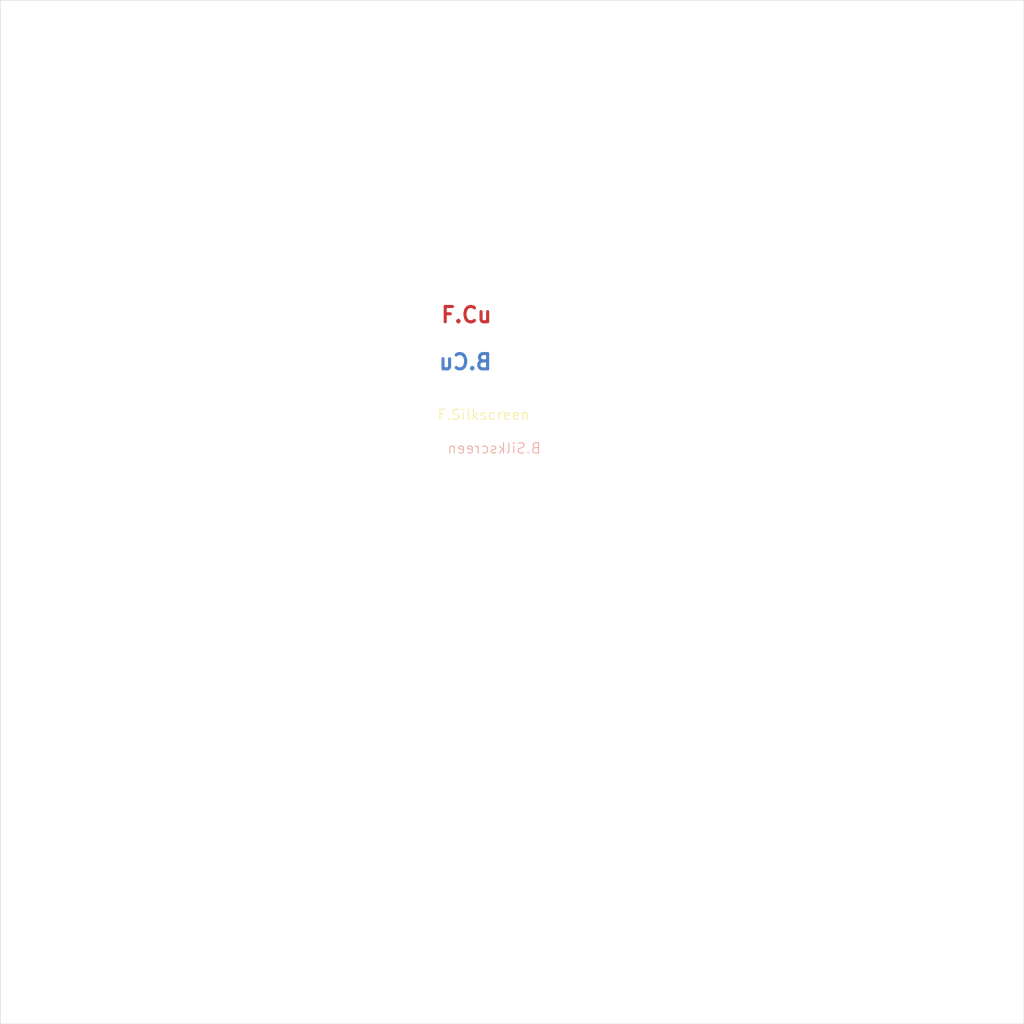
<source format=kicad_pcb>
(kicad_pcb
	(version 20241229)
	(generator "pcbnew")
	(generator_version "9.0")
	(general
		(thickness 1.6)
		(legacy_teardrops no)
	)
	(paper "A4")
	(layers
		(0 "F.Cu" signal)
		(2 "B.Cu" signal)
		(9 "F.Adhes" user "F.Adhesive")
		(11 "B.Adhes" user "B.Adhesive")
		(13 "F.Paste" user)
		(15 "B.Paste" user)
		(5 "F.SilkS" user "F.Silkscreen")
		(7 "B.SilkS" user "B.Silkscreen")
		(1 "F.Mask" user)
		(3 "B.Mask" user)
		(17 "Dwgs.User" user "User.Drawings")
		(19 "Cmts.User" user "User.Comments")
		(21 "Eco1.User" user "User.Eco1")
		(23 "Eco2.User" user "User.Eco2")
		(25 "Edge.Cuts" user)
		(27 "Margin" user)
		(31 "F.CrtYd" user "F.Courtyard")
		(29 "B.CrtYd" user "B.Courtyard")
		(35 "F.Fab" user)
		(33 "B.Fab" user)
		(39 "User.1" user)
		(41 "User.2" user)
		(43 "User.3" user)
		(45 "User.4" user)
	)
	(setup
		(pad_to_mask_clearance 0)
		(allow_soldermask_bridges_in_footprints no)
		(tenting front back)
		(pcbplotparams
			(layerselection 0x00000000_00000000_55555555_5755f5ff)
			(plot_on_all_layers_selection 0x00000000_00000000_00000000_00000000)
			(disableapertmacros no)
			(usegerberextensions no)
			(usegerberattributes yes)
			(usegerberadvancedattributes yes)
			(creategerberjobfile yes)
			(dashed_line_dash_ratio 12.000000)
			(dashed_line_gap_ratio 3.000000)
			(svgprecision 4)
			(plotframeref no)
			(mode 1)
			(useauxorigin no)
			(hpglpennumber 1)
			(hpglpenspeed 20)
			(hpglpendiameter 15.000000)
			(pdf_front_fp_property_popups yes)
			(pdf_back_fp_property_popups yes)
			(pdf_metadata yes)
			(pdf_single_document no)
			(dxfpolygonmode yes)
			(dxfimperialunits yes)
			(dxfusepcbnewfont yes)
			(psnegative no)
			(psa4output no)
			(plot_black_and_white yes)
			(plotinvisibletext no)
			(sketchpadsonfab no)
			(plotpadnumbers no)
			(hidednponfab no)
			(sketchdnponfab yes)
			(crossoutdnponfab yes)
			(subtractmaskfromsilk no)
			(outputformat 1)
			(mirror no)
			(drillshape 1)
			(scaleselection 1)
			(outputdirectory "")
		)
	)
	(net 0 "")
	(gr_rect
		(start 50 50)
		(end 150 150)
		(stroke
			(width 0.05)
			(type solid)
		)
		(fill no)
		(layer "Edge.Cuts")
		(uuid "a2038340-83af-4064-824c-f4571468d80e")
	)
	(gr_text "F.Cu"
		(at 92.91 81.61 0)
		(layer "F.Cu")
		(uuid "14f038f5-0e8e-4c72-98c4-a5e08e4a0a87")
		(effects
			(font
				(size 1.5 1.5)
				(thickness 0.3)
				(bold yes)
			)
			(justify left bottom)
		)
	)
	(gr_text "F.Mask"
		(at 93.3 98.95 0)
		(layer "F.Mask")
		(uuid "9ceb0b8d-3294-4d3b-9294-2546167b118d")
		(effects
			(font
				(size 1 1)
				(thickness 0.15)
			)
			(justify left bottom)
		)
	)
	(gr_text "B.Cu"
		(at 98.16 86.21 0)
		(layer "B.Cu")
		(uuid "ac750c06-2620-4002-a14b-8adb5eb51eb5")
		(effects
			(font
				(size 1.5 1.5)
				(thickness 0.3)
				(bold yes)
			)
			(justify left bottom mirror)
		)
	)
	(gr_text "B.Mask"
		(at 97.11 102.5 0)
		(layer "B.Mask")
		(uuid "655017ba-d5b4-4911-abd0-326f94f5b752")
		(effects
			(font
				(size 1 1)
				(thickness 0.15)
			)
			(justify left bottom mirror)
		)
	)
	(gr_text "F.Silkscreen"
		(at 92.64 91.07 0)
		(layer "F.SilkS")
		(uuid "f389d6cb-6533-45f1-a82b-ce12153096eb")
		(effects
			(font
				(size 1 1)
				(thickness 0.1)
			)
			(justify left bottom)
		)
	)
	(gr_text "B.Silkscreen"
		(at 102.89 94.35 0)
		(layer "B.SilkS")
		(uuid "f01d9bb9-ddb6-4a61-9433-556bacd98306")
		(effects
			(font
				(size 1 1)
				(thickness 0.1)
			)
			(justify left bottom mirror)
		)
	)
	(gr_text "User.Drawings"
		(at 90.54 112.48 0)
		(layer "Dwgs.User")
		(uuid "53190721-a39f-4770-93c0-a6864a64cf8c")
		(effects
			(font
				(size 1 1)
				(thickness 0.15)
			)
			(justify left bottom)
		)
	)
	(gr_text "User.Comments"
		(at 90.8 115.77 0)
		(layer "Cmts.User")
		(uuid "ef2edec5-9074-43ac-9160-070cb3441412")
		(effects
			(font
				(size 1 1)
				(thickness 0.15)
			)
			(justify left bottom)
		)
	)
	(gr_text "User.Eco1"
		(at 92.91 120.36 0)
		(layer "Eco1.User")
		(uuid "0e3e5f38-028d-4dc0-b138-caaae78be0ef")
		(effects
			(font
				(size 1 1)
				(thickness 0.15)
			)
			(justify left bottom)
		)
	)
	(gr_text "B.Fab"
		(at 96.06 108.41 0)
		(layer "B.Fab")
		(uuid "443fc8ef-e0de-41c5-899d-f2dfada6e7b9")
		(effects
			(font
				(size 1 1)
				(thickness 0.15)
			)
			(justify left bottom mirror)
		)
	)
	(gr_text "F.Fab"
		(at 93.56 105.39 0)
		(layer "F.Fab")
		(uuid "c5f37e89-5ba9-47c6-8589-0a90e089a601")
		(effects
			(font
				(size 1 1)
				(thickness 0.15)
			)
			(justify left bottom)
		)
	)
	(embedded_fonts no)
)

</source>
